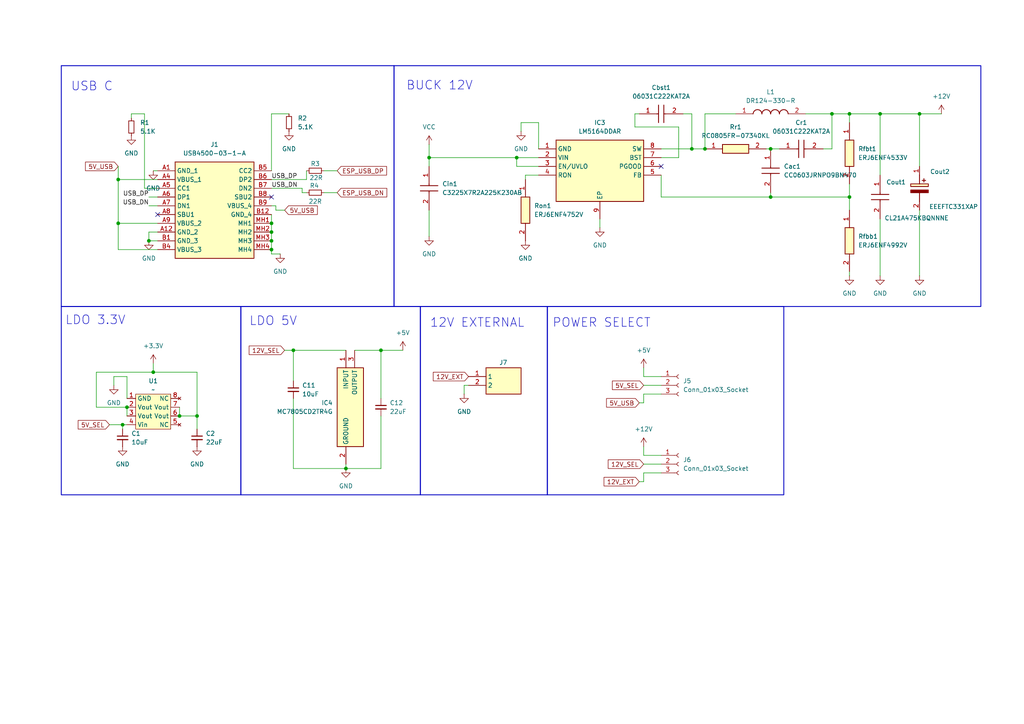
<source format=kicad_sch>
(kicad_sch (version 20250114) (generator "eeschema") (generator_version "9.0")
  (paper "A4")
  (lib_symbols
    (symbol "Connector:Conn_01x03_Socket" (pin_names (offset 1.016) (hide yes))
      (property "Reference" "J" (at 0 5.08 0))
      (property "Value" "Conn_01x03_Socket" (at 0 -5.08 0))
      (symbol "Conn_01x03_Socket_1_1"
        (polyline (pts (xy -1.27 2.54) (xy -0.508 2.54)) (stroke (width 0.1524)))
        (polyline (pts (xy -1.27 0) (xy -0.508 0)) (stroke (width 0.1524)))
        (polyline (pts (xy -1.27 -2.54) (xy -0.508 -2.54)) (stroke (width 0.1524)))
        (arc (start 0 2.032) (mid -0.5058 2.54) (end 0 3.048) (stroke (width 0.1524)))
        (arc (start 0 -0.508) (mid -0.5058 0) (end 0 0.508) (stroke (width 0.1524)))
        (arc (start 0 -3.048) (mid -0.5058 -2.54) (end 0 -2.032) (stroke (width 0.1524)))
        (pin passive line (at -5.08 2.54 0) (length 3.81) (name "Pin_1") (number "1"))
        (pin passive line (at -5.08 0 0) (length 3.81) (name "Pin_2") (number "2"))
        (pin passive line (at -5.08 -2.54 0) (length 3.81) (name "Pin_3") (number "3"))
      )
    )
    (symbol "Device:C_Small" (pin_numbers (hide yes)) (pin_names (offset 0.254) (hide yes))
      (property "Reference" "C" (at 0.254 1.778 0))
      (property "Value" "C_Small" (at 0.254 -2.032 0))
      (symbol "C_Small_0_1"
        (polyline (pts (xy -1.524 0.508) (xy 1.524 0.508)) (stroke (width 0.3048)))
        (polyline (pts (xy -1.524 -0.508) (xy 1.524 -0.508)) (stroke (width 0.3302)))
      )
      (symbol "C_Small_1_1"
        (pin passive line (at 0 2.54 270) (length 2.032) (name "~") (number "1"))
        (pin passive line (at 0 -2.54 90) (length 2.032) (name "~") (number "2"))
      )
    )
    (symbol "Device:R_Small" (pin_numbers (hide yes)) (pin_names (offset 0.254) (hide yes))
      (property "Reference" "R" (at 0.762 0.508 0))
      (property "Value" "R_Small" (at 0.762 -1.016 0))
      (symbol "R_Small_0_1"
        (rectangle (start -0.762 1.778) (end 0.762 -1.778) (stroke (width 0.2032)))
      )
      (symbol "R_Small_1_1"
        (pin passive line (at 0 2.54 270) (length 0.762) (name "~") (number "1"))
        (pin passive line (at 0 -2.54 90) (length 0.762) (name "~") (number "2"))
      )
    )
    (symbol "SamacSys_Parts:06031C222KAT2A" (pin_names (hide yes))
      (property "Reference" "C" (at 8.89 6.35 0))
      (property "Value" "06031C222KAT2A" (at 8.89 3.81 0))
      (symbol "06031C222KAT2A_1_1"
        (polyline (pts (xy 5.08 0) (xy 5.588 0)) (stroke (width 0.254)))
        (polyline (pts (xy 5.588 2.54) (xy 5.588 -2.54)) (stroke (width 0.254)))
        (polyline (pts (xy 7.112 2.54) (xy 7.112 -2.54)) (stroke (width 0.254)))
        (polyline (pts (xy 7.112 0) (xy 7.62 0)) (stroke (width 0.254)))
        (pin passive line (at 0 0 0) (length 5.08) (name "1") (number "1"))
        (pin passive line (at 12.7 0 180) (length 5.08) (name "2") (number "2"))
      )
    )
    (symbol "SamacSys_Parts:C3225X7R2A225K230AB" (pin_names (hide yes))
      (property "Reference" "C" (at 8.89 6.35 0))
      (property "Value" "C3225X7R2A225K230AB" (at 8.89 3.81 0))
      (symbol "C3225X7R2A225K230AB_1_1"
        (polyline (pts (xy 5.08 0) (xy 5.588 0)) (stroke (width 0.254)))
        (polyline (pts (xy 5.588 2.54) (xy 5.588 -2.54)) (stroke (width 0.254)))
        (polyline (pts (xy 7.112 2.54) (xy 7.112 -2.54)) (stroke (width 0.254)))
        (polyline (pts (xy 7.112 0) (xy 7.62 0)) (stroke (width 0.254)))
        (pin passive line (at 0 0 0) (length 5.08) (name "1") (number "1"))
        (pin passive line (at 12.7 0 180) (length 5.08) (name "2") (number "2"))
      )
    )
    (symbol "SamacSys_Parts:CC0603JRNPO9BN470" (pin_names (hide yes))
      (property "Reference" "C" (at 8.89 6.35 0))
      (property "Value" "CC0603JRNPO9BN470" (at 8.89 3.81 0))
      (symbol "CC0603JRNPO9BN470_1_1"
        (polyline (pts (xy 5.08 0) (xy 5.588 0)) (stroke (width 0.254)))
        (polyline (pts (xy 5.588 2.54) (xy 5.588 -2.54)) (stroke (width 0.254)))
        (polyline (pts (xy 7.112 2.54) (xy 7.112 -2.54)) (stroke (width 0.254)))
        (polyline (pts (xy 7.112 0) (xy 7.62 0)) (stroke (width 0.254)))
        (pin passive line (at 0 0 0) (length 5.08) (name "1") (number "1"))
        (pin passive line (at 12.7 0 180) (length 5.08) (name "2") (number "2"))
      )
    )
    (symbol "SamacSys_Parts:CL21A475KBQNNNE" (pin_names (hide yes))
      (property "Reference" "C" (at 8.89 6.35 0))
      (property "Value" "CL21A475KBQNNNE" (at 8.89 3.81 0))
      (symbol "CL21A475KBQNNNE_1_1"
        (polyline (pts (xy 5.08 0) (xy 5.588 0)) (stroke (width 0.254)))
        (polyline (pts (xy 5.588 2.54) (xy 5.588 -2.54)) (stroke (width 0.254)))
        (polyline (pts (xy 7.112 2.54) (xy 7.112 -2.54)) (stroke (width 0.254)))
        (polyline (pts (xy 7.112 0) (xy 7.62 0)) (stroke (width 0.254)))
        (pin passive line (at 0 0 0) (length 5.08) (name "1") (number "1"))
        (pin passive line (at 12.7 0 180) (length 5.08) (name "2") (number "2"))
      )
    )
    (symbol "SamacSys_Parts:DR124-330-R" (pin_names (hide yes))
      (property "Reference" "L" (at 16.51 6.35 0))
      (property "Value" "DR124-330-R" (at 16.51 3.81 0))
      (symbol "DR124-330-R_1_1"
        (arc (start 5.08 0) (mid 6.35 1.219) (end 7.62 0) (stroke (width 0.254)))
        (arc (start 7.62 0) (mid 8.89 1.219) (end 10.16 0) (stroke (width 0.254)))
        (arc (start 10.16 0) (mid 11.43 1.219) (end 12.7 0) (stroke (width 0.254)))
        (arc (start 12.7 0) (mid 13.97 1.219) (end 15.24 0) (stroke (width 0.254)))
        (pin passive line (at 0 0 0) (length 5.08) (name "1") (number "1"))
        (pin passive line (at 20.32 0 180) (length 5.08) (name "2") (number "2"))
      )
    )
    (symbol "SamacSys_Parts:EEEFTC331XAP" (pin_names (hide yes))
      (property "Reference" "C" (at 8.89 6.35 0))
      (property "Value" "EEEFTC331XAP" (at 8.89 3.81 0))
      (symbol "EEEFTC331XAP_1_1"
        (polyline (pts (xy 2.54 0) (xy 5.08 0)) (stroke (width 0.254)))
        (polyline (pts (xy 4.064 1.778) (xy 4.064 0.762)) (stroke (width 0.254)))
        (polyline (pts (xy 4.572 1.27) (xy 3.556 1.27)) (stroke (width 0.254)))
        (rectangle (start 5.08 2.54) (end 5.842 -2.54) (stroke (width 0.254)) (fill (type background)))
        (polyline (pts (xy 7.62 2.54) (xy 7.62 -2.54) (xy 6.858 -2.54) (xy 6.858 2.54) (xy 7.62 2.54)) (stroke (width 0.254)) (fill (type outline)))
        (polyline (pts (xy 7.62 0) (xy 10.16 0)) (stroke (width 0.254)))
        (pin passive line (at 0 0 0) (length 2.54) (name "+") (number "1"))
        (pin passive line (at 12.7 0 180) (length 2.54) (name "-") (number "2"))
      )
    )
    (symbol "SamacSys_Parts:ERJ6ENF4533V" (pin_names (hide yes))
      (property "Reference" "R" (at 13.97 6.35 0))
      (property "Value" "ERJ6ENF4533V" (at 13.97 3.81 0))
      (symbol "ERJ6ENF4533V_1_1"
        (rectangle (start 5.08 1.27) (end 12.7 -1.27) (stroke (width 0.254)) (fill (type background)))
        (pin passive line (at 0 0 0) (length 5.08) (name "1") (number "1"))
        (pin passive line (at 17.78 0 180) (length 5.08) (name "2") (number "2"))
      )
    )
    (symbol "SamacSys_Parts:ERJ6ENF4752V" (pin_names (hide yes))
      (property "Reference" "R" (at 13.97 6.35 0))
      (property "Value" "ERJ6ENF4752V" (at 13.97 3.81 0))
      (symbol "ERJ6ENF4752V_1_1"
        (rectangle (start 5.08 1.27) (end 12.7 -1.27) (stroke (width 0.254)) (fill (type background)))
        (pin passive line (at 0 0 0) (length 5.08) (name "1") (number "1"))
        (pin passive line (at 17.78 0 180) (length 5.08) (name "2") (number "2"))
      )
    )
    (symbol "SamacSys_Parts:ERJ6ENF4992V" (pin_names (hide yes))
      (property "Reference" "R" (at 13.97 6.35 0))
      (property "Value" "ERJ6ENF4992V" (at 13.97 3.81 0))
      (symbol "ERJ6ENF4992V_1_1"
        (rectangle (start 5.08 1.27) (end 12.7 -1.27) (stroke (width 0.254)) (fill (type background)))
        (pin passive line (at 0 0 0) (length 5.08) (name "1") (number "1"))
        (pin passive line (at 17.78 0 180) (length 5.08) (name "2") (number "2"))
      )
    )
    (symbol "SamacSys_Parts:LDI1117-3.3D"
      (property "Reference" "U" (at 0 0 0))
      (symbol "LDI1117-3.3D_1_1"
        (rectangle (start -2.54 -2.54) (end 7.62 -12.7) (fill (type background)))
        (pin input line (at -5.08 -3.81 0) (length 2.54) (name "GND") (number "1"))
        (pin output line (at -5.08 -6.35 0) (length 2.54) (name "Vout") (number "2"))
        (pin output line (at -5.08 -8.89 0) (length 2.54) (name "Vout") (number "3"))
        (pin input line (at -5.08 -11.43 0) (length 2.54) (name "Vin") (number "4"))
        (pin no_connect line (at 10.16 -3.81 180) (length 2.54) (name "NC") (number "8"))
        (pin output line (at 10.16 -6.35 180) (length 2.54) (name "Vout") (number "7"))
        (pin output line (at 10.16 -8.89 180) (length 2.54) (name "Vout") (number "6"))
        (pin no_connect line (at 10.16 -11.43 180) (length 2.54) (name "NC") (number "5"))
      )
    )
    (symbol "SamacSys_Parts:LM5164DDAR"
      (property "Reference" "IC" (at 31.75 7.62 0))
      (property "Value" "LM5164DDAR" (at 31.75 5.08 0))
      (symbol "LM5164DDAR_1_1"
        (rectangle (start 5.08 2.54) (end 30.48 -15.24) (stroke (width 0.254)) (fill (type background)))
        (pin passive line (at 0 0 0) (length 5.08) (name "GND") (number "1"))
        (pin passive line (at 0 -2.54 0) (length 5.08) (name "VIN") (number "2"))
        (pin passive line (at 0 -5.08 0) (length 5.08) (name "EN/UVLO") (number "3"))
        (pin passive line (at 0 -7.62 0) (length 5.08) (name "RON") (number "4"))
        (pin passive line (at 17.78 -20.32 90) (length 5.08) (name "EP") (number "9"))
        (pin passive line (at 35.56 0 180) (length 5.08) (name "SW") (number "8"))
        (pin passive line (at 35.56 -2.54 180) (length 5.08) (name "BST") (number "7"))
        (pin passive line (at 35.56 -5.08 180) (length 5.08) (name "PGOOD") (number "6"))
        (pin passive line (at 35.56 -7.62 180) (length 5.08) (name "FB") (number "5"))
      )
    )
    (symbol "SamacSys_Parts:MC7805CD2TR4G"
      (property "Reference" "IC" (at 29.21 7.62 0))
      (property "Value" "MC7805CD2TR4G" (at 29.21 5.08 0))
      (symbol "MC7805CD2TR4G_1_1"
        (rectangle (start 5.08 2.54) (end 27.94 -5.08) (stroke (width 0.254)) (fill (type background)))
        (pin passive line (at 0 0 0) (length 5.08) (name "INPUT") (number "1"))
        (pin passive line (at 0 -2.54 0) (length 5.08) (name "OUTPUT") (number "3"))
        (pin passive line (at 33.02 0 180) (length 5.08) (name "GROUND") (number "2"))
      )
    )
    (symbol "SamacSys_Parts:USB4500-03-1-A"
      (property "Reference" "J" (at 29.21 7.62 0))
      (property "Value" "USB4500-03-1-A" (at 29.21 5.08 0))
      (symbol "USB4500-03-1-A_1_1"
        (rectangle (start 5.08 2.54) (end 27.94 -25.4) (stroke (width 0.254)) (fill (type background)))
        (pin passive line (at 0 0 0) (length 5.08) (name "GND_1") (number "A1"))
        (pin passive line (at 0 -2.54 0) (length 5.08) (name "VBUS_1") (number "A4"))
        (pin passive line (at 0 -5.08 0) (length 5.08) (name "CC1") (number "A5"))
        (pin passive line (at 0 -7.62 0) (length 5.08) (name "DP1") (number "A6"))
        (pin passive line (at 0 -10.16 0) (length 5.08) (name "DN1") (number "A7"))
        (pin passive line (at 0 -12.7 0) (length 5.08) (name "SBU1") (number "A8"))
        (pin passive line (at 0 -15.24 0) (length 5.08) (name "VBUS_2") (number "A9"))
        (pin passive line (at 0 -17.78 0) (length 5.08) (name "GND_2") (number "A12"))
        (pin passive line (at 0 -20.32 0) (length 5.08) (name "GND_3") (number "B1"))
        (pin passive line (at 0 -22.86 0) (length 5.08) (name "VBUS_3") (number "B4"))
        (pin passive line (at 33.02 0 180) (length 5.08) (name "CC2") (number "B5"))
        (pin passive line (at 33.02 -2.54 180) (length 5.08) (name "DP2") (number "B6"))
        (pin passive line (at 33.02 -5.08 180) (length 5.08) (name "DN2") (number "B7"))
        (pin passive line (at 33.02 -7.62 180) (length 5.08) (name "SBU2") (number "B8"))
        (pin passive line (at 33.02 -10.16 180) (length 5.08) (name "VBUS_4") (number "B9"))
        (pin passive line (at 33.02 -12.7 180) (length 5.08) (name "GND_4") (number "B12"))
        (pin passive line (at 33.02 -15.24 180) (length 5.08) (name "MH1") (number "MH1"))
        (pin passive line (at 33.02 -17.78 180) (length 5.08) (name "MH2") (number "MH2"))
        (pin passive line (at 33.02 -20.32 180) (length 5.08) (name "MH3") (number "MH3"))
        (pin passive line (at 33.02 -22.86 180) (length 5.08) (name "MH4") (number "MH4"))
      )
    )
    (symbol "SamacSys_Parts:XY301V-2P__5.00_"
      (property "Reference" "J" (at 16.51 7.62 0))
      (property "Value" "XY301V-2P__5.00_" (at 16.51 5.08 0))
      (symbol "XY301V-2P__5.00__1_1"
        (rectangle (start 5.08 2.54) (end 15.24 -5.08) (stroke (width 0.254)) (fill (type background)))
        (pin passive line (at 0 0 0) (length 5.08) (name "1") (number "1"))
        (pin passive line (at 0 -2.54 0) (length 5.08) (name "2") (number "2"))
      )
    )
    (symbol "power:+12V" (power) (pin_numbers (hide yes)) (pin_names (offset 0) (hide yes))
      (property "Value" "+12V" (at 0 3.556 0))
      (symbol "+12V_0_1"
        (polyline (pts (xy -0.762 1.27) (xy 0 2.54)))
        (polyline (pts (xy 0 2.54) (xy 0.762 1.27)))
        (polyline (pts (xy 0 0) (xy 0 2.54)))
      )
      (symbol "+12V_1_1"
        (pin power_in line (at 0 0 90) (length 0) (name "~") (number "1"))
      )
    )
    (symbol "power:+3.3V" (power) (pin_numbers (hide yes)) (pin_names (offset 0) (hide yes))
      (property "Value" "+3.3V" (at 0 3.556 0))
      (symbol "+3.3V_0_1"
        (polyline (pts (xy -0.762 1.27) (xy 0 2.54)))
        (polyline (pts (xy 0 2.54) (xy 0.762 1.27)))
        (polyline (pts (xy 0 0) (xy 0 2.54)))
      )
      (symbol "+3.3V_1_1"
        (pin power_in line (at 0 0 90) (length 0) (name "~") (number "1"))
      )
    )
    (symbol "power:+5V" (power) (pin_numbers (hide yes)) (pin_names (offset 0) (hide yes))
      (property "Value" "+5V" (at 0 3.556 0))
      (symbol "+5V_0_1"
        (polyline (pts (xy -0.762 1.27) (xy 0 2.54)))
        (polyline (pts (xy 0 2.54) (xy 0.762 1.27)))
        (polyline (pts (xy 0 0) (xy 0 2.54)))
      )
      (symbol "+5V_1_1"
        (pin power_in line (at 0 0 90) (length 0) (name "~") (number "1"))
      )
    )
    (symbol "power:GND" (power) (pin_numbers (hide yes)) (pin_names (offset 0) (hide yes))
      (property "Value" "GND" (at 0 -3.81 0))
      (symbol "GND_0_1"
        (polyline (pts (xy 0 0) (xy 0 -1.27) (xy 1.27 -1.27) (xy 0 -2.54) (xy -1.27 -1.27) (xy 0 -1.27)))
      )
      (symbol "GND_1_1"
        (pin power_in line (at 0 0 270) (length 0) (name "~") (number "1"))
      )
    )
    (symbol "power:VCC" (power) (pin_numbers (hide yes)) (pin_names (offset 0) (hide yes))
      (property "Value" "VCC" (at 0 3.556 0))
      (symbol "VCC_0_1"
        (polyline (pts (xy -0.762 1.27) (xy 0 2.54)))
        (polyline (pts (xy 0 2.54) (xy 0.762 1.27)))
        (polyline (pts (xy 0 0) (xy 0 2.54)))
      )
      (symbol "VCC_1_1"
        (pin power_in line (at 0 0 90) (length 0) (name "~") (number "1"))
      )
    )
  )
  (rectangle (start 158.75 88.9) (end 227.33 143.51) (stroke (width 0.254)))
  (rectangle (start 114.3 19.05) (end 284.48 88.9) (stroke (width 0.254)))
  (rectangle (start 114.3 52.07) (end 114.3 52.07))
  (rectangle (start 17.78 19.05) (end 114.3 88.9) (stroke (width 0.254)))
  (rectangle (start 121.92 88.9) (end 158.75 143.51) (stroke (width 0.254)))
  (rectangle (start 69.85 88.9) (end 121.92 143.51) (stroke (width 0.254)))
  (rectangle (start 17.78 88.9) (end 69.85 143.51) (stroke (width 0.254)))
  (text "BUCK 12V" (at 127.508 24.892 0) (effects (font (size 2.54 2.54))))
  (text "USB C" (at 26.67 25.146 0) (effects (font (size 2.54 2.54))))
  (text "POWER SELECT" (at 174.498 93.726 0) (effects (font (size 2.54 2.54))))
  (text "LDO 5V" (at 79.248 93.218 0) (effects (font (size 2.54 2.54))))
  (text "12V EXTERNAL" (at 138.43 93.726 0) (effects (font (size 2.54 2.54))))
  (text "LDO 3.3V" (at 27.686 92.964 0) (effects (font (size 2.54 2.54))))
  (junction (at 241.3 33.02))
  (junction (at 52.07 120.65))
  (junction (at 204.47 43.18))
  (junction (at 43.18 69.85))
  (junction (at 57.15 120.65))
  (junction (at 44.45 107.95))
  (junction (at 78.74 64.77))
  (junction (at 78.74 69.85))
  (junction (at 85.09 101.6))
  (junction (at 149.86 45.72))
  (junction (at 223.52 43.18))
  (junction (at 246.38 33.02))
  (junction (at 124.46 45.72))
  (junction (at 200.66 43.18))
  (junction (at 78.74 67.31))
  (junction (at 266.7 33.02))
  (junction (at 223.52 57.15))
  (junction (at 100.33 135.89))
  (junction (at 34.29 64.77))
  (junction (at 246.38 57.15))
  (junction (at 36.83 118.11))
  (junction (at 34.29 52.07))
  (junction (at 255.27 33.02))
  (junction (at 35.56 123.19))
  (junction (at 78.74 72.39))
  (junction (at 110.49 101.6))
  (no_connect (at 191.77 48.26))
  (no_connect (at 78.74 57.15))
  (no_connect (at 45.72 62.23))
  (wire (pts (xy 186.69 134.62) (xy 191.77 134.62)))
  (wire (pts (xy 100.33 135.89) (xy 110.49 135.89)))
  (wire (pts (xy 34.29 64.77) (xy 45.72 64.77)))
  (wire (pts (xy 78.74 72.39) (xy 78.74 69.85)))
  (wire (pts (xy 97.79 49.53) (xy 93.98 49.53)))
  (wire (pts (xy 186.69 111.76) (xy 191.77 111.76)))
  (wire (pts (xy 186.69 132.08) (xy 191.77 132.08)))
  (wire (pts (xy 156.21 43.18) (xy 156.21 35.56)))
  (wire (pts (xy 78.74 64.77) (xy 78.74 62.23)))
  (wire (pts (xy 200.66 43.18) (xy 204.47 43.18)))
  (wire (pts (xy 200.66 33.02) (xy 198.12 33.02)))
  (wire (pts (xy 255.27 63.5) (xy 255.27 80.01)))
  (wire (pts (xy 85.09 101.6) (xy 85.09 110.49)))
  (wire (pts (xy 44.45 107.95) (xy 44.45 105.41)))
  (wire (pts (xy 185.42 116.84) (xy 186.69 116.84)))
  (wire (pts (xy 34.29 52.07) (xy 34.29 64.77)))
  (wire (pts (xy 152.4 50.8) (xy 152.4 52.07)))
  (wire (pts (xy 81.28 73.66) (xy 78.74 73.66)))
  (wire (pts (xy 87.63 55.88) (xy 88.9 55.88)))
  (wire (pts (xy 184.15 36.83) (xy 184.15 33.02)))
  (wire (pts (xy 173.99 63.5) (xy 173.99 66.04)))
  (wire (pts (xy 38.1 33.02) (xy 41.91 33.02)))
  (wire (pts (xy 78.74 52.07) (xy 88.9 52.07)))
  (wire (pts (xy 41.91 54.61) (xy 45.72 54.61)))
  (wire (pts (xy 34.29 48.26) (xy 34.29 52.07)))
  (wire (pts (xy 246.38 57.15) (xy 246.38 60.96)))
  (wire (pts (xy 246.38 53.34) (xy 246.38 57.15)))
  (wire (pts (xy 44.45 107.95) (xy 57.15 107.95)))
  (wire (pts (xy 41.91 33.02) (xy 41.91 54.61)))
  (wire (pts (xy 36.83 109.22) (xy 36.83 115.57)))
  (wire (pts (xy 100.33 134.62) (xy 100.33 135.89)))
  (wire (pts (xy 204.47 43.18) (xy 204.47 33.02)))
  (wire (pts (xy 156.21 35.56) (xy 151.13 35.56)))
  (wire (pts (xy 88.9 49.53) (xy 88.9 52.07)))
  (wire (pts (xy 223.52 57.15) (xy 246.38 57.15)))
  (wire (pts (xy 196.85 36.83) (xy 184.15 36.83)))
  (wire (pts (xy 191.77 43.18) (xy 200.66 43.18)))
  (wire (pts (xy 149.86 45.72) (xy 149.86 48.26)))
  (wire (pts (xy 52.07 120.65) (xy 57.15 120.65)))
  (wire (pts (xy 34.29 64.77) (xy 34.29 72.39)))
  (wire (pts (xy 151.13 35.56) (xy 151.13 38.1)))
  (wire (pts (xy 78.74 67.31) (xy 78.74 64.77)))
  (wire (pts (xy 78.74 54.61) (xy 87.63 54.61)))
  (wire (pts (xy 27.94 118.11) (xy 27.94 107.95)))
  (wire (pts (xy 223.52 57.15) (xy 223.52 55.88)))
  (wire (pts (xy 223.52 57.15) (xy 191.77 57.15)))
  (wire (pts (xy 266.7 48.26) (xy 266.7 33.02)))
  (wire (pts (xy 134.62 114.3) (xy 134.62 111.76)))
  (wire (pts (xy 222.25 43.18) (xy 223.52 43.18)))
  (wire (pts (xy 238.76 43.18) (xy 241.3 43.18)))
  (wire (pts (xy 246.38 78.74) (xy 246.38 80.01)))
  (wire (pts (xy 241.3 33.02) (xy 241.3 43.18)))
  (wire (pts (xy 186.69 106.68) (xy 186.69 109.22)))
  (wire (pts (xy 186.69 137.16) (xy 191.77 137.16)))
  (wire (pts (xy 83.82 33.02) (xy 78.74 33.02)))
  (wire (pts (xy 149.86 48.26) (xy 156.21 48.26)))
  (wire (pts (xy 57.15 107.95) (xy 57.15 120.65)))
  (wire (pts (xy 82.55 101.6) (xy 85.09 101.6)))
  (wire (pts (xy 43.18 69.85) (xy 45.72 69.85)))
  (wire (pts (xy 35.56 123.19) (xy 36.83 123.19)))
  (wire (pts (xy 35.56 123.19) (xy 35.56 124.46)))
  (wire (pts (xy 223.52 43.18) (xy 226.06 43.18)))
  (wire (pts (xy 204.47 33.02) (xy 213.36 33.02)))
  (wire (pts (xy 184.15 33.02) (xy 185.42 33.02)))
  (wire (pts (xy 52.07 118.11) (xy 52.07 120.65)))
  (wire (pts (xy 246.38 33.02) (xy 255.27 33.02)))
  (wire (pts (xy 255.27 33.02) (xy 266.7 33.02)))
  (wire (pts (xy 100.33 101.6) (xy 85.09 101.6)))
  (wire (pts (xy 43.18 57.15) (xy 45.72 57.15)))
  (wire (pts (xy 186.69 116.84) (xy 186.69 114.3)))
  (wire (pts (xy 34.29 52.07) (xy 45.72 52.07)))
  (wire (pts (xy 45.72 67.31) (xy 43.18 67.31)))
  (wire (pts (xy 78.74 33.02) (xy 78.74 49.53)))
  (wire (pts (xy 110.49 101.6) (xy 110.49 115.57)))
  (wire (pts (xy 266.7 60.96) (xy 266.7 80.01)))
  (wire (pts (xy 31.75 123.19) (xy 35.56 123.19)))
  (wire (pts (xy 246.38 33.02) (xy 246.38 35.56)))
  (wire (pts (xy 156.21 50.8) (xy 152.4 50.8)))
  (wire (pts (xy 36.83 118.11) (xy 27.94 118.11)))
  (wire (pts (xy 33.02 109.22) (xy 33.02 111.76)))
  (wire (pts (xy 185.42 139.7) (xy 186.69 139.7)))
  (wire (pts (xy 44.45 49.53) (xy 45.72 49.53)))
  (wire (pts (xy 93.98 55.88) (xy 97.79 55.88)))
  (wire (pts (xy 266.7 33.02) (xy 273.05 33.02)))
  (wire (pts (xy 43.18 67.31) (xy 43.18 69.85)))
  (wire (pts (xy 43.18 59.69) (xy 45.72 59.69)))
  (wire (pts (xy 78.74 69.85) (xy 78.74 67.31)))
  (wire (pts (xy 196.85 45.72) (xy 196.85 36.83)))
  (wire (pts (xy 38.1 33.02) (xy 38.1 34.29)))
  (wire (pts (xy 116.84 101.6) (xy 110.49 101.6)))
  (wire (pts (xy 85.09 135.89) (xy 100.33 135.89)))
  (wire (pts (xy 87.63 54.61) (xy 87.63 55.88)))
  (wire (pts (xy 186.69 109.22) (xy 191.77 109.22)))
  (wire (pts (xy 110.49 135.89) (xy 110.49 120.65)))
  (wire (pts (xy 191.77 57.15) (xy 191.77 50.8)))
  (wire (pts (xy 124.46 68.58) (xy 124.46 60.96)))
  (wire (pts (xy 102.87 101.6) (xy 110.49 101.6)))
  (wire (pts (xy 191.77 45.72) (xy 196.85 45.72)))
  (wire (pts (xy 82.55 60.96) (xy 80.01 60.96)))
  (wire (pts (xy 57.15 124.46) (xy 57.15 120.65)))
  (wire (pts (xy 186.69 139.7) (xy 186.69 137.16)))
  (wire (pts (xy 27.94 107.95) (xy 44.45 107.95)))
  (wire (pts (xy 78.74 73.66) (xy 78.74 72.39)))
  (wire (pts (xy 124.46 45.72) (xy 149.86 45.72)))
  (wire (pts (xy 85.09 115.57) (xy 85.09 135.89)))
  (wire (pts (xy 186.69 114.3) (xy 191.77 114.3)))
  (wire (pts (xy 233.68 33.02) (xy 241.3 33.02)))
  (wire (pts (xy 33.02 109.22) (xy 36.83 109.22)))
  (wire (pts (xy 186.69 129.54) (xy 186.69 132.08)))
  (wire (pts (xy 149.86 45.72) (xy 156.21 45.72)))
  (wire (pts (xy 255.27 33.02) (xy 255.27 50.8)))
  (wire (pts (xy 134.62 111.76) (xy 135.89 111.76)))
  (wire (pts (xy 80.01 59.69) (xy 78.74 59.69)))
  (wire (pts (xy 80.01 60.96) (xy 80.01 59.69)))
  (wire (pts (xy 200.66 43.18) (xy 200.66 33.02)))
  (wire (pts (xy 36.83 118.11) (xy 36.83 120.65)))
  (wire (pts (xy 241.3 33.02) (xy 246.38 33.02)))
  (wire (pts (xy 124.46 41.91) (xy 124.46 45.72)))
  (wire (pts (xy 34.29 72.39) (xy 45.72 72.39)))
  (wire (pts (xy 124.46 45.72) (xy 124.46 48.26)))
  (label "USB_DP" (at 43.18 57.15 180))
  (label "USB_DN" (at 78.74 54.61 0))
  (label "USB_DN" (at 43.18 59.69 180))
  (label "USB_DP" (at 78.74 52.07 0))
  (global_label "5V_SEL" (shape input) (at 186.69 111.76 180) (property "Intersheetrefs" "${INTERSHEET_REFS}" (effects (hide yes))))
  (global_label "5V_USB" (shape input) (at 34.29 48.26 180) (property "Intersheetrefs" "${INTERSHEET_REFS}" (effects (hide yes))))
  (global_label "ESP_USB_DP" (shape input) (at 97.79 49.53 0) (property "Intersheetrefs" "${INTERSHEET_REFS}" (effects (hide yes))))
  (global_label "ESP_USB_DN" (shape input) (at 97.79 55.88 0) (property "Intersheetrefs" "${INTERSHEET_REFS}" (effects (hide yes))))
  (global_label "12V_SEL" (shape input) (at 82.55 101.6 180) (property "Intersheetrefs" "${INTERSHEET_REFS}" (effects (hide yes))))
  (global_label "5V_USB" (shape input) (at 82.55 60.96 0) (property "Intersheetrefs" "${INTERSHEET_REFS}" (effects (hide yes))))
  (global_label "12V_EXT" (shape input) (at 135.89 109.22 180) (property "Intersheetrefs" "${INTERSHEET_REFS}" (effects (hide yes))))
  (global_label "5V_SEL" (shape input) (at 31.75 123.19 180) (property "Intersheetrefs" "${INTERSHEET_REFS}" (effects (hide yes))))
  (global_label "12V_EXT" (shape input) (at 185.42 139.7 180) (property "Intersheetrefs" "${INTERSHEET_REFS}" (effects (hide yes))))
  (global_label "5V_USB" (shape input) (at 185.42 116.84 180) (property "Intersheetrefs" "${INTERSHEET_REFS}" (effects (hide yes))))
  (global_label "12V_SEL" (shape input) (at 186.69 134.62 180) (property "Intersheetrefs" "${INTERSHEET_REFS}" (effects (hide yes))))
  (symbol (lib_id "Device:C_Small") (at 57.15 127 0) (unit 1)
    (property "Reference" "C2" (at 59.69 125.7362 0) (effects (justify left)))
    (property "Value" "22uF" (at 59.69 128.2762 0) (effects (justify left)))
    (property "Footprint" "Capacitor_SMD:C_0805_2012Metric_Pad1.18x1.45mm_HandSolder" (effects (hide yes)))
    (property "Description" "Unpolarized capacitor, small symbol" (effects (hide yes)))
  )
  (symbol (lib_id "SamacSys_Parts:06031C222KAT2A") (at 226.06 43.18 0) (unit 1)
    (property "Reference" "Cr1" (at 232.41 35.56 0))
    (property "Value" "06031C222KAT2A" (at 232.41 38.1 0))
    (property "Footprint" "CAPC1608X90N" (effects (hide yes)))
    (property "Datasheet" "https://componentsearchengine.com/Datasheets/1/06031A100FAT2A.pdf" (effects (hide yes)))
    (property "Description" "AVX - 06031C222KAT2A - CAP, MLCC, X7R, 2.2NF, 100V, 0603" (effects (hide yes)))
    (property "Height" "0.9" (effects (hide yes)))
    (property "Manufacturer_Name" "Kyocera AVX" (effects (hide yes)))
    (property "Manufacturer_Part_Number" "06031C222KAT2A" (effects (hide yes)))
  )
  (symbol (lib_id "Device:C_Small") (at 85.09 113.03 0) (unit 1)
    (property "Reference" "C11" (at 87.63 111.7662 0) (effects (justify left)))
    (property "Value" "10uF" (at 87.63 114.3062 0) (effects (justify left)))
    (property "Footprint" "Capacitor_SMD:C_0805_2012Metric_Pad1.18x1.45mm_HandSolder" (effects (hide yes)))
    (property "Description" "Unpolarized capacitor, small symbol" (effects (hide yes)))
  )
  (symbol (lib_id "power:GND") (at 33.02 111.76 0) (unit 1)
    (property "Reference" "#PWR06" (effects (hide yes)))
    (property "Value" "GND" (at 33.02 116.84 0))
    (property "Description" "Power symbol creates a global label with name \"GND\" , ground" (effects (hide yes)))
  )
  (symbol (lib_id "power:GND") (at 173.99 66.04 0) (unit 1)
    (property "Reference" "#PWR033" (effects (hide yes)))
    (property "Value" "GND" (at 173.99 71.12 0))
    (property "Description" "Power symbol creates a global label with name \"GND\" , ground" (effects (hide yes)))
  )
  (symbol (lib_id "SamacSys_Parts:06031C222KAT2A") (at 185.42 33.02 0) (unit 1)
    (property "Reference" "Cbst1" (at 191.77 25.4 0))
    (property "Value" "06031C222KAT2A" (at 191.77 27.94 0))
    (property "Footprint" "CAPC1608X90N" (effects (hide yes)))
    (property "Datasheet" "https://componentsearchengine.com/Datasheets/1/06031A100FAT2A.pdf" (effects (hide yes)))
    (property "Description" "AVX - 06031C222KAT2A - CAP, MLCC, X7R, 2.2NF, 100V, 0603" (effects (hide yes)))
    (property "Height" "0.9" (effects (hide yes)))
    (property "Manufacturer_Name" "Kyocera AVX" (effects (hide yes)))
    (property "Manufacturer_Part_Number" "06031C222KAT2A" (effects (hide yes)))
  )
  (symbol (lib_id "SamacSys_Parts:ERJ6ENF4533V") (at 246.38 35.56 270) (unit 1)
    (property "Reference" "Rfbt1" (at 248.92 43.1799 90) (effects (justify left)))
    (property "Value" "ERJ6ENF4533V" (at 248.92 45.7199 90) (effects (justify left)))
    (property "Footprint" "ERJ6ENF1000V" (effects (hide yes)))
    (property "Description" "PANASONIC - ERJ6ENF4533V - RES, 453K, 1%, 0.125W, 0805, THICK FILM" (effects (hide yes)))
    (property "Height" "0.7" (effects (hide yes)))
    (property "Manufacturer_Name" "Panasonic" (effects (hide yes)))
    (property "Manufacturer_Part_Number" "ERJ6ENF4533V" (effects (hide yes)))
  )
  (symbol (lib_id "Device:R_Small") (at 83.82 35.56 0) (unit 1)
    (property "Reference" "R2" (at 86.36 34.2899 0) (effects (justify left)))
    (property "Value" "5.1K" (at 86.36 36.8299 0) (effects (justify left)))
    (property "Footprint" "Resistor_SMD:R_0805_2012Metric_Pad1.20x1.40mm_HandSolder" (effects (hide yes)))
    (property "Description" "Resistor, small symbol" (effects (hide yes)))
  )
  (symbol (lib_id "SamacSys_Parts:EEEFTC331XAP") (at 266.7 48.26 270) (unit 1)
    (property "Reference" "Cout2" (at 269.748 49.784 90) (effects (justify left)))
    (property "Value" "EEEFTC331XAP" (at 269.494 59.944 90) (effects (justify left)))
    (property "Footprint" "EEE0JA331XP" (effects (hide yes)))
    (property "Datasheet" "http://industrial.panasonic.com/cdbs/www-data/pdf/RDE0000/ABA0000C1240.pdf" (effects (hide yes)))
    (property "Description" "FT SMT Al elec capacitor 330uF 16V Panasonic 330uF 16 V dc Aluminium Electrolytic Capacitor D8, FT SMD Series 2000h 6.3 Dia. x 7.7mm" (effects (hide yes)))
    (property "Height" "7.8" (effects (hide yes)))
    (property "Manufacturer_Name" "Panasonic" (effects (hide yes)))
    (property "Manufacturer_Part_Number" "EEEFTC331XAP" (effects (hide yes)))
  )
  (symbol (lib_id "Device:R_Small") (at 91.44 55.88 90) (unit 1)
    (property "Reference" "R4" (at 91.186 53.848 90))
    (property "Value" "22R" (at 91.44 58.42 90))
    (property "Footprint" "Resistor_SMD:R_0805_2012Metric_Pad1.20x1.40mm_HandSolder" (effects (hide yes)))
    (property "Description" "Resistor, small symbol" (effects (hide yes)))
  )
  (symbol (lib_id "power:+5V") (at 186.69 106.68 0) (unit 1)
    (property "Reference" "#PWR044" (effects (hide yes)))
    (property "Value" "+5V" (at 186.69 101.6 0))
    (property "Description" "Power symbol creates a global label with name \"+5V\"" (effects (hide yes)))
  )
  (symbol (lib_id "SamacSys_Parts:C3225X7R2A225K230AB") (at 124.46 48.26 270) (unit 1)
    (property "Reference" "Cin1" (at 128.27 53.3399 90) (effects (justify left)))
    (property "Value" "C3225X7R2A225K230AB" (at 128.27 55.8799 90) (effects (justify left)))
    (property "Footprint" "CAPC3225X250N" (effects (hide yes)))
    (property "Datasheet" "https://product.tdk.com/info/en/catalog/datasheets/mlcc_commercial_midvoltage_en.pdf" (effects (hide yes)))
    (property "Description" "1210 X7R ceramic capacitor 2.2uF 100V TDK 1210 C 2.2uF Ceramic Multilayer Capacitor, 100 V, +125C, X7R Dielectric, +/-10% SMD" (effects (hide yes)))
    (property "Height" "2.5" (effects (hide yes)))
    (property "Manufacturer_Name" "TDK" (effects (hide yes)))
    (property "Manufacturer_Part_Number" "C3225X7R2A225K230AB" (effects (hide yes)))
  )
  (symbol (lib_id "power:GND") (at 38.1 39.37 0) (unit 1)
    (property "Reference" "#PWR01" (effects (hide yes)))
    (property "Value" "GND" (at 38.1 44.45 0))
    (property "Description" "Power symbol creates a global label with name \"GND\" , ground" (effects (hide yes)))
  )
  (symbol (lib_id "power:+12V") (at 186.69 129.54 0) (unit 1)
    (property "Reference" "#PWR045" (effects (hide yes)))
    (property "Value" "+12V" (at 186.69 124.46 0))
    (property "Description" "Power symbol creates a global label with name \"+12V\"" (effects (hide yes)))
  )
  (symbol (lib_id "power:GND") (at 44.45 49.53 0) (unit 1)
    (property "Reference" "#PWR03" (effects (hide yes)))
    (property "Value" "GND" (at 44.45 54.61 0))
    (property "Description" "Power symbol creates a global label with name \"GND\" , ground" (effects (hide yes)))
  )
  (symbol (lib_id "Device:R_Small") (at 38.1 36.83 0) (unit 1)
    (property "Reference" "R1" (at 40.64 35.5599 0) (effects (justify left)))
    (property "Value" "5.1K" (at 40.64 38.0999 0) (effects (justify left)))
    (property "Footprint" "Resistor_SMD:R_0805_2012Metric_Pad1.20x1.40mm_HandSolder" (effects (hide yes)))
    (property "Description" "Resistor, small symbol" (effects (hide yes)))
  )
  (symbol (lib_id "power:VCC") (at 124.46 41.91 0) (unit 1)
    (property "Reference" "#PWR039" (effects (hide yes)))
    (property "Value" "VCC" (at 124.46 36.83 0))
    (property "Description" "Power symbol creates a global label with name \"VCC\"" (effects (hide yes)))
  )
  (symbol (lib_id "Connector:Conn_01x03_Socket") (at 196.85 134.62 0) (unit 1)
    (property "Reference" "J6" (at 198.12 133.3499 0) (effects (justify left)))
    (property "Value" "Conn_01x03_Socket" (at 198.12 135.8899 0) (effects (justify left)))
    (property "Footprint" "Connector_PinHeader_2.54mm:PinHeader_1x03_P2.54mm_Vertical" (effects (hide yes)))
    (property "Description" "Generic connector, single row, 01x03, script generated" (effects (hide yes)))
  )
  (symbol (lib_id "power:GND") (at 43.18 69.85 0) (unit 1)
    (property "Reference" "#PWR04" (effects (hide yes)))
    (property "Value" "GND" (at 43.18 74.93 0))
    (property "Description" "Power symbol creates a global label with name \"GND\" , ground" (effects (hide yes)))
  )
  (symbol (lib_id "power:GND") (at 151.13 38.1 0) (unit 1)
    (property "Reference" "#PWR034" (effects (hide yes)))
    (property "Value" "GND" (at 151.13 43.18 0))
    (property "Description" "Power symbol creates a global label with name \"GND\" , ground" (effects (hide yes)))
  )
  (symbol (lib_id "power:GND") (at 266.7 80.01 0) (unit 1)
    (property "Reference" "#PWR046" (effects (hide yes)))
    (property "Value" "GND" (at 266.7 85.09 0))
    (property "Description" "Power symbol creates a global label with name \"GND\" , ground" (effects (hide yes)))
  )
  (symbol (lib_id "power:GND") (at 134.62 114.3 0) (unit 1)
    (property "Reference" "#PWR042" (effects (hide yes)))
    (property "Value" "GND" (at 134.62 119.38 0))
    (property "Description" "Power symbol creates a global label with name \"GND\" , ground" (effects (hide yes)))
  )
  (symbol (lib_id "SamacSys_Parts:ERJ6ENF4992V") (at 246.38 60.96 270) (unit 1)
    (property "Reference" "Rfbb1" (at 248.92 68.5799 90) (effects (justify left)))
    (property "Value" "ERJ6ENF4992V" (at 248.92 71.1199 90) (effects (justify left)))
    (property "Footprint" "ERJ6ENF1000V" (effects (hide yes)))
    (property "Description" "Panasonic ERJ6EN Series Thick Film Surface Mount Fixed Resistor 0805 Case +/-1% 0.125W +/-100ppm/C" (effects (hide yes)))
    (property "Height" "0.7" (effects (hide yes)))
    (property "Manufacturer_Name" "Panasonic" (effects (hide yes)))
    (property "Manufacturer_Part_Number" "ERJ6ENF4992V" (effects (hide yes)))
  )
  (symbol (lib_id "Device:R_Small") (at 91.44 49.53 90) (unit 1)
    (property "Reference" "R3" (at 91.44 47.498 90))
    (property "Value" "22R" (at 91.694 51.562 90))
    (property "Footprint" "Resistor_SMD:R_0805_2012Metric_Pad1.20x1.40mm_HandSolder" (effects (hide yes)))
    (property "Description" "Resistor, small symbol" (effects (hide yes)))
  )
  (symbol (lib_id "Device:C_Small") (at 110.49 118.11 0) (unit 1)
    (property "Reference" "C12" (at 113.03 116.8462 0) (effects (justify left)))
    (property "Value" "22uF" (at 113.03 119.3862 0) (effects (justify left)))
    (property "Footprint" "Capacitor_SMD:C_0805_2012Metric_Pad1.18x1.45mm_HandSolder" (effects (hide yes)))
    (property "Description" "Unpolarized capacitor, small symbol" (effects (hide yes)))
  )
  (symbol (lib_id "power:GND") (at 246.38 80.01 0) (unit 1)
    (property "Reference" "#PWR037" (effects (hide yes)))
    (property "Value" "GND" (at 246.38 85.09 0))
    (property "Description" "Power symbol creates a global label with name \"GND\" , ground" (effects (hide yes)))
  )
  (symbol (lib_id "power:GND") (at 83.82 38.1 0) (unit 1)
    (property "Reference" "#PWR02" (effects (hide yes)))
    (property "Value" "GND" (at 83.82 43.18 0))
    (property "Description" "Power symbol creates a global label with name \"GND\" , ground" (effects (hide yes)))
  )
  (symbol (lib_id "power:GND") (at 152.4 69.85 0) (unit 1)
    (property "Reference" "#PWR035" (effects (hide yes)))
    (property "Value" "GND" (at 152.4 74.93 0))
    (property "Description" "Power symbol creates a global label with name \"GND\" , ground" (effects (hide yes)))
  )
  (symbol (lib_id "power:GND") (at 57.15 129.54 0) (unit 1)
    (property "Reference" "#PWR09" (effects (hide yes)))
    (property "Value" "GND" (at 57.15 134.62 0))
    (property "Description" "Power symbol creates a global label with name \"GND\" , ground" (effects (hide yes)))
  )
  (symbol (lib_id "SamacSys_Parts:MC7805CD2TR4G") (at 100.33 101.6 90) (mirror x) (unit 1)
    (property "Reference" "IC4" (at 96.52 116.8399 90) (effects (justify left)))
    (property "Value" "MC7805CD2TR4G" (at 96.52 119.3799 90) (effects (justify left)))
    (property "Footprint" "MC7805CD2TR4G" (effects (hide yes)))
    (property "Datasheet" "https://www.onsemi.com/pub/Collateral/MC7800-D.PDF" (effects (hide yes)))
    (property "Description" "Output Current in Excess of 1.0 A; No External Components Required; Internal Thermal Overload Protection; Internal Short Circuit Current Limiting; Output Transistor Safe-Area Compensation; Output Voltage Offered in 2% and 4% Tolerance; Pb-Free Packages are Available" (effects (hide yes)))
    (property "Height" "4.572" (effects (hide yes)))
    (property "Manufacturer_Name" "onsemi" (effects (hide yes)))
    (property "Manufacturer_Part_Number" "MC7805CD2TR4G" (effects (hide yes)))
  )
  (symbol (lib_id "Connector:Conn_01x03_Socket") (at 196.85 111.76 0) (unit 1)
    (property "Reference" "J5" (at 198.12 110.4899 0) (effects (justify left)))
    (property "Value" "Conn_01x03_Socket" (at 198.12 113.0299 0) (effects (justify left)))
    (property "Footprint" "Connector_PinHeader_2.54mm:PinHeader_1x03_P2.54mm_Vertical" (effects (hide yes)))
    (property "Description" "Generic connector, single row, 01x03, script generated" (effects (hide yes)))
  )
  (symbol (lib_id "SamacSys_Parts:DR124-330-R") (at 213.36 33.02 0) (unit 1)
    (property "Reference" "L1" (at 223.52 26.67 0))
    (property "Value" "DR124-330-R" (at 223.52 29.21 0))
    (property "Footprint" "DR124330R" (effects (hide yes)))
    (property "Datasheet" "https://www.eaton.com/content/dam/eaton/products/electronic-components/resources/data-sheet/eaton-dr124-shielded-drum-core-power-inductors-data-sheet.pdf" (effects (hide yes)))
    (property "Description" "Cooper Bussmann DR124 Series Type 0124 Shielded Wire-wound SMD Inductor with a Ferrite Core, 33 uH +/-20% Wire-Wound" (effects (hide yes)))
    (property "Height" "4.5" (effects (hide yes)))
    (property "Manufacturer_Name" "Eaton" (effects (hide yes)))
    (property "Manufacturer_Part_Number" "DR124-330-R" (effects (hide yes)))
  )
  (symbol (lib_id "SamacSys_Parts:USB4500-03-1-A") (at 45.72 49.53 0) (unit 1)
    (property "Reference" "J1" (at 62.23 41.91 0))
    (property "Value" "USB4500-03-1-A" (at 62.23 44.45 0))
    (property "Footprint" "USB4500031A" (effects (hide yes)))
    (property "Description" "USB Connectors USB C Rec 16P 3u\" Mid Mnt 0.8mm O-set SMT L = 6.5mm S-Spring-1" (effects (hide yes)))
    (property "Height" "3.36" (effects (hide yes)))
    (property "Manufacturer_Name" "GCT (GLOBAL CONNECTOR TECHNOLOGY)" (effects (hide yes)))
    (property "Manufacturer_Part_Number" "USB4500-03-1-A" (effects (hide yes)))
  )
  (symbol (lib_id "SamacSys_Parts:LDI1117-3.3D") (at 41.91 111.76 0) (unit 1)
    (property "Reference" "U1" (at 44.45 110.49 0))
    (property "Value" "~" (at 44.45 113.03 0))
    (property "Footprint" "Package_SO:SO-8_3.9x4.9mm_P1.27mm" (effects (hide yes)))
    (property "Description" "3.3V Fixed Low Drop Voltage Regulator" (effects (hide yes)))
  )
  (symbol (lib_id "power:GND") (at 35.56 129.54 0) (unit 1)
    (property "Reference" "#PWR08" (effects (hide yes)))
    (property "Value" "GND" (at 35.56 134.62 0))
    (property "Description" "Power symbol creates a global label with name \"GND\" , ground" (effects (hide yes)))
  )
  (symbol (lib_id "power:GND") (at 124.46 68.58 0) (unit 1)
    (property "Reference" "#PWR036" (effects (hide yes)))
    (property "Value" "GND" (at 124.46 73.66 0))
    (property "Description" "Power symbol creates a global label with name \"GND\" , ground" (effects (hide yes)))
  )
  (symbol (lib_id "power:+12V") (at 273.05 33.02 0) (unit 1)
    (property "Reference" "#PWR040" (effects (hide yes)))
    (property "Value" "+12V" (at 273.05 27.94 0))
    (property "Description" "Power symbol creates a global label with name \"+12V\"" (effects (hide yes)))
  )
  (symbol (lib_id "power:GND") (at 100.33 135.89 0) (unit 1)
    (property "Reference" "#PWR041" (effects (hide yes)))
    (property "Value" "GND" (at 100.33 140.97 0))
    (property "Description" "Power symbol creates a global label with name \"GND\" , ground" (effects (hide yes)))
  )
  (symbol (lib_id "SamacSys_Parts:ERJ6ENF4752V") (at 152.4 52.07 270) (unit 1)
    (property "Reference" "Ron1" (at 154.94 59.6899 90) (effects (justify left)))
    (property "Value" "ERJ6ENF4752V" (at 154.94 62.2299 90) (effects (justify left)))
    (property "Footprint" "ERJ6ENF1000V" (effects (hide yes)))
    (property "Description" "Panasonic E96 Series Precision Thick Film Surface Mount Fixed Resistor 0805 Case 47.5k +/-1% 0.125W +/-100ppm/C" (effects (hide yes)))
    (property "Height" "0.7" (effects (hide yes)))
    (property "Manufacturer_Name" "Panasonic" (effects (hide yes)))
    (property "Manufacturer_Part_Number" "ERJ6ENF4752V" (effects (hide yes)))
  )
  (symbol (lib_id "Device:C_Small") (at 35.56 127 0) (unit 1)
    (property "Reference" "C1" (at 38.1 125.7362 0) (effects (justify left)))
    (property "Value" "10uF" (at 38.1 128.2762 0) (effects (justify left)))
    (property "Footprint" "Capacitor_SMD:C_0805_2012Metric_Pad1.18x1.45mm_HandSolder" (effects (hide yes)))
    (property "Description" "Unpolarized capacitor, small symbol" (effects (hide yes)))
  )
  (symbol (lib_id "SamacSys_Parts:XY301V-2P__5.00_") (at 135.89 109.22 0) (unit 1)
    (property "Reference" "J7" (at 144.78 105.156 0) (effects (justify left)))
    (property "Value" "XY301V-2P__5.00_" (effects (hide yes)))
    (property "Footprint" "XY301V2P500" (effects (hide yes)))
    (property "Datasheet" "https://www.micros.com.pl/mediaserver/info-z%20tl201v-3plc.pdf" (effects (hide yes)))
    (property "Description" "PCB terminal block; angled 90; 5mm; ways: 2; on PCBs; 1.5mm2; 16A" (effects (hide yes)))
    (property "Height" "10.2" (effects (hide yes)))
    (property "Manufacturer_Name" "Xinya" (effects (hide yes)))
    (property "Manufacturer_Part_Number" "XY301V-2P (5.00)" (effects (hide yes)))
  )
  (symbol (lib_id "power:+5V") (at 116.84 101.6 0) (unit 1)
    (property "Reference" "#PWR043" (effects (hide yes)))
    (property "Value" "+5V" (at 116.84 96.52 0))
    (property "Description" "Power symbol creates a global label with name \"+5V\"" (effects (hide yes)))
  )
  (symbol (lib_id "power:GND") (at 255.27 80.01 0) (unit 1)
    (property "Reference" "#PWR038" (effects (hide yes)))
    (property "Value" "GND" (at 255.27 85.09 0))
    (property "Description" "Power symbol creates a global label with name \"GND\" , ground" (effects (hide yes)))
  )
  (symbol (lib_id "power:+3.3V") (at 44.45 105.41 0) (unit 1)
    (property "Reference" "#PWR07" (effects (hide yes)))
    (property "Value" "+3.3V" (at 44.45 100.33 0))
    (property "Description" "Power symbol creates a global label with name \"+3.3V\"" (effects (hide yes)))
  )
  (symbol (lib_id "SamacSys_Parts:ERJ6ENF4533V") (at 204.47 43.18 0) (unit 1)
    (property "Reference" "Rr1" (at 213.36 36.83 0))
    (property "Value" "RC0805FR-07340KL" (at 213.36 39.37 0))
    (property "Footprint" "ERJ6ENF1000V" (effects (hide yes)))
    (property "Description" "PANASONIC - ERJ6ENF4533V - RES, 453K, 1%, 0.125W, 0805, THICK FILM" (effects (hide yes)))
    (property "Height" "0.7" (effects (hide yes)))
    (property "Manufacturer_Name" "Panasonic" (effects (hide yes)))
    (property "Manufacturer_Part_Number" "ERJ6ENF4533V" (effects (hide yes)))
  )
  (symbol (lib_id "SamacSys_Parts:LM5164DDAR") (at 156.21 43.18 0) (unit 1)
    (property "Reference" "IC3" (at 173.99 35.56 0))
    (property "Value" "LM5164DDAR" (at 173.99 38.1 0))
    (property "Footprint" "SOIC127P600X170-9N" (effects (hide yes)))
    (property "Datasheet" "http://www.ti.com/lit/ds/symlink/lm5164.pdf" (effects (hide yes)))
    (property "Description" "Texas Instruments 6-V to 100-V Input, 1-A Synchronous Buck DC-DC Converter With Ultra-Low IQ 8-SO PowerPAD -40 to 150" (effects (hide yes)))
    (property "Height" "1.7" (effects (hide yes)))
    (property "Manufacturer_Name" "Texas Instruments" (effects (hide yes)))
    (property "Manufacturer_Part_Number" "LM5164DDAR" (effects (hide yes)))
  )
  (symbol (lib_id "power:GND") (at 81.28 73.66 0) (unit 1)
    (property "Reference" "#PWR05" (effects (hide yes)))
    (property "Value" "GND" (at 81.28 78.74 0))
    (property "Description" "Power symbol creates a global label with name \"GND\" , ground" (effects (hide yes)))
  )
  (symbol (lib_id "SamacSys_Parts:CL21A475KBQNNNE") (at 255.27 50.8 270) (unit 1)
    (property "Reference" "Cout1" (at 257.048 52.832 90) (effects (justify left)))
    (property "Value" "CL21A475KBQNNNE" (at 256.54 63.246 90) (effects (justify left)))
    (property "Footprint" "CAPC2012X140N" (effects (hide yes)))
    (property "Datasheet" "https://ms.componentsearchengine.com/Datasheets/2/CL21A475KBQNNNE.pdf" (effects (hide yes)))
    (property "Description" "SAMSUNG ELECTRO-MECHANICS - CL21A475KBQNNNE - SMD Multilayer Ceramic Capacitor, 4.7 F, 50 V, 0805 [2012 Metric], +/- 10%, X5R, CL Series" (effects (hide yes)))
    (property "Height" "1.4" (effects (hide yes)))
    (property "Manufacturer_Name" "SAMSUNG" (effects (hide yes)))
    (property "Manufacturer_Part_Number" "CL21A475KBQNNNE" (effects (hide yes)))
  )
  (symbol (lib_id "SamacSys_Parts:CC0603JRNPO9BN470") (at 223.52 43.18 270) (unit 1)
    (property "Reference" "Cac1" (at 227.33 48.2599 90) (effects (justify left)))
    (property "Value" "CC0603JRNPO9BN470" (at 227.33 50.7999 90) (effects (justify left)))
    (property "Footprint" "CAPC1608X90N" (effects (hide yes)))
    (property "Datasheet" "https://www.yageo.com/en/Chart/Download/pdf/CC0603JRNPO9BN470" (effects (hide yes)))
    (property "Description" "YAGEO - CC0603JRNPO9BN470 - SMD Multilayer Ceramic Capacitor, 47 pF, 50 V, 0603 [1608 Metric], +/- 5%, C0G / NP0, CC Series" (effects (hide yes)))
    (property "Height" "0.9" (effects (hide yes)))
    (property "Manufacturer_Name" "YAGEO" (effects (hide yes)))
    (property "Manufacturer_Part_Number" "CC0603JRNPO9BN470" (effects (hide yes)))
  )
)
</source>
